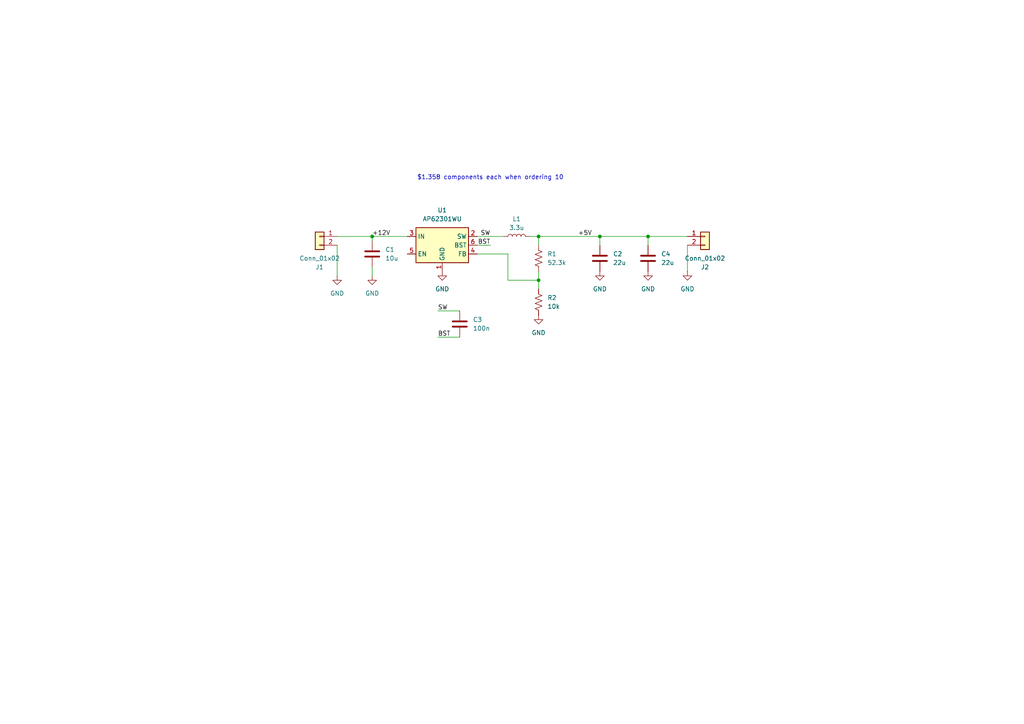
<source format=kicad_sch>
(kicad_sch (version 20231120) (generator "eeschema") (generator_version "8.0")
  (paper "A4")
  (lib_symbols
    (symbol "Connector_Generic:Conn_01x02" (pin_names (offset 1.016) hide)
      (property "Reference" "J" (at 0 2.54 0))
      (property "Value" "Conn_01x02" (at 0 -5.08 0))
      (symbol "Conn_01x02_1_1"
        (rectangle (start -1.27 -2.413) (end 0 -2.667) (stroke (width 0.1524)))
        (rectangle (start -1.27 0.127) (end 0 -0.127) (stroke (width 0.1524)))
        (rectangle (start -1.27 1.27) (end 1.27 -3.81) (stroke (width 0.254)) (fill (type background)))
        (pin passive line (at -5.08 0 0) (length 3.81) (name "Pin_1") (number "1"))
        (pin passive line (at -5.08 -2.54 0) (length 3.81) (name "Pin_2") (number "2"))
      )
    )
    (symbol "Device:C" (pin_numbers hide) (pin_names (offset 0.254))
      (property "Reference" "C" (at 0.635 2.54 0))
      (property "Value" "C" (at 0.635 -2.54 0))
      (symbol "C_0_1"
        (polyline (pts (xy -2.032 -0.762) (xy 2.032 -0.762)) (stroke (width 0.508)))
        (polyline (pts (xy -2.032 0.762) (xy 2.032 0.762)) (stroke (width 0.508)))
      )
      (symbol "C_1_1"
        (pin passive line (at 0 3.81 270) (length 2.794) (name "~") (number "1"))
        (pin passive line (at 0 -3.81 90) (length 2.794) (name "~") (number "2"))
      )
    )
    (symbol "Device:L" (pin_numbers hide) (pin_names (offset 1.016) hide)
      (property "Reference" "L" (at -1.27 0 90))
      (property "Value" "L" (at 1.905 0 90))
      (symbol "L_0_1"
        (arc (start 0 -2.54) (mid 0.6323 -1.905) (end 0 -1.27))
        (arc (start 0 -1.27) (mid 0.6323 -0.635) (end 0 0))
        (arc (start 0 0) (mid 0.6323 0.635) (end 0 1.27))
        (arc (start 0 1.27) (mid 0.6323 1.905) (end 0 2.54))
      )
      (symbol "L_1_1"
        (pin passive line (at 0 3.81 270) (length 1.27) (name "1") (number "1"))
        (pin passive line (at 0 -3.81 90) (length 1.27) (name "2") (number "2"))
      )
    )
    (symbol "Device:R_US" (pin_numbers hide) (pin_names (offset 0))
      (property "Reference" "R" (at 2.54 0 90))
      (property "Value" "R_US" (at -2.54 0 90))
      (symbol "R_US_0_1"
        (polyline (pts (xy 0 -2.286) (xy 0 -2.54)))
        (polyline (pts (xy 0 2.286) (xy 0 2.54)))
        (polyline (pts (xy 0 -0.762) (xy 1.016 -1.143) (xy 0 -1.524) (xy -1.016 -1.905) (xy 0 -2.286)))
        (polyline (pts (xy 0 0.762) (xy 1.016 0.381) (xy 0 0) (xy -1.016 -0.381) (xy 0 -0.762)))
        (polyline (pts (xy 0 2.286) (xy 1.016 1.905) (xy 0 1.524) (xy -1.016 1.143) (xy 0 0.762)))
      )
      (symbol "R_US_1_1"
        (pin passive line (at 0 3.81 270) (length 1.27) (name "~") (number "1"))
        (pin passive line (at 0 -3.81 90) (length 1.27) (name "~") (number "2"))
      )
    )
    (symbol "Regulator_Switching:AP62301WU"
      (property "Reference" "U" (at -7.62 6.35 0))
      (property "Value" "AP62301WU" (at 2.54 6.35 0))
      (symbol "AP62301WU_0_1"
        (rectangle (start -7.62 5.08) (end 7.62 -5.08) (stroke (width 0.254)) (fill (type background)))
      )
      (symbol "AP62301WU_1_1"
        (pin power_in line (at 0 -7.62 90) (length 2.54) (name "GND") (number "1"))
        (pin output line (at 10.16 2.54 180) (length 2.54) (name "SW") (number "2"))
        (pin power_in line (at -10.16 2.54 0) (length 2.54) (name "IN") (number "3"))
        (pin input line (at 10.16 -2.54 180) (length 2.54) (name "FB") (number "4"))
        (pin passive line (at -10.16 -2.54 0) (length 2.54) (name "EN") (number "5"))
        (pin passive line (at 10.16 0 180) (length 2.54) (name "BST") (number "6"))
      )
    )
    (symbol "power:GND" (power) (pin_numbers hide) (pin_names (offset 0) hide)
      (property "Value" "GND" (at 0 -3.81 0))
      (symbol "GND_0_1"
        (polyline (pts (xy 0 0) (xy 0 -1.27) (xy 1.27 -1.27) (xy 0 -2.54) (xy -1.27 -1.27) (xy 0 -1.27)))
      )
      (symbol "GND_1_1"
        (pin power_in line (at 0 0 270) (length 0) (name "~") (number "1"))
      )
    )
  )
  (junction (at 156.21 81.28))
  (junction (at 173.99 68.58))
  (junction (at 187.96 68.58))
  (junction (at 107.95 68.58))
  (junction (at 156.21 68.58))
  (wire (pts (xy 187.96 68.58) (xy 199.39 68.58)))
  (wire (pts (xy 107.95 77.47) (xy 107.95 80.01)))
  (wire (pts (xy 127 97.79) (xy 133.35 97.79)))
  (wire (pts (xy 118.11 68.58) (xy 107.95 68.58)))
  (wire (pts (xy 147.32 73.66) (xy 138.43 73.66)))
  (wire (pts (xy 187.96 71.12) (xy 187.96 68.58)))
  (wire (pts (xy 173.99 71.12) (xy 173.99 68.58)))
  (wire (pts (xy 138.43 68.58) (xy 146.05 68.58)))
  (wire (pts (xy 156.21 81.28) (xy 156.21 78.74)))
  (wire (pts (xy 156.21 68.58) (xy 156.21 71.12)))
  (wire (pts (xy 199.39 71.12) (xy 199.39 78.74)))
  (wire (pts (xy 153.67 68.58) (xy 156.21 68.58)))
  (wire (pts (xy 127 90.17) (xy 133.35 90.17)))
  (wire (pts (xy 97.79 68.58) (xy 107.95 68.58)))
  (wire (pts (xy 173.99 68.58) (xy 187.96 68.58)))
  (wire (pts (xy 156.21 81.28) (xy 156.21 83.82)))
  (wire (pts (xy 97.79 71.12) (xy 97.79 80.01)))
  (wire (pts (xy 107.95 68.58) (xy 107.95 69.85)))
  (wire (pts (xy 156.21 68.58) (xy 173.99 68.58)))
  (wire (pts (xy 147.32 73.66) (xy 147.32 81.28)))
  (wire (pts (xy 147.32 81.28) (xy 156.21 81.28)))
  (wire (pts (xy 138.43 71.12) (xy 142.24 71.12)))
  (text "$1.358 components each when ordering 10" (at 142.24 51.562 0) (effects (font (size 1.27 1.27))))
  (label "+5V" (at 167.64 68.58 0))
  (label "BST" (at 127 97.79 0))
  (label "SW" (at 127 90.17 0))
  (label "+12V" (at 107.95 68.58 0))
  (label "BST" (at 142.24 71.12 180))
  (label "SW" (at 142.24 68.58 180))
  (symbol (lib_id "Device:R_US") (at 156.21 87.63 0) (unit 1)
    (property "Reference" "R2" (at 158.75 86.3599 0) (effects (justify left)))
    (property "Value" "10k" (at 158.75 88.8999 0) (effects (justify left)))
    (property "Footprint" "Resistor_SMD:R_0402_1005Metric" (effects (hide yes)))
    (property "Description" "Resistor, US symbol" (effects (hide yes)))
    (property "mouser" "https://www.mouser.com/ProductDetail/Vishay-Dale/CRCW040210K0FKEDC?qs=sGAEpiMZZMtlubZbdhIBIIZe04wfiaJWEOKGHr13fuM%3D" (effects (hide yes)))
    (property "price each for 10" "0.014" (effects (hide yes)))
  )
  (symbol (lib_id "power:GND") (at 187.96 78.74 0) (unit 1)
    (property "Reference" "#PWR05" (effects (hide yes)))
    (property "Value" "GND" (at 187.96 83.82 0))
    (property "Description" "Power symbol creates a global label with name \"GND\" , ground" (effects (hide yes)))
  )
  (symbol (lib_id "Device:L") (at 149.86 68.58 90) (unit 1)
    (property "Reference" "L1" (at 149.86 63.5 90))
    (property "Value" "3.3u" (at 149.86 66.04 90))
    (property "Footprint" "Inductor_SMD:L_Taiyo-Yuden_NR-50xx" (effects (hide yes)))
    (property "Description" "Inductor" (effects (hide yes)))
    (property "mouser" "https://www.mouser.com/ProductDetail/TAIYO-YUDEN/NRS5030T3R3MMGJ?qs=CNQs48zzdnrswI8nrL9nYw%3D%3D" (effects (hide yes)))
    (property "price each for 10" "0.206" (effects (hide yes)))
  )
  (symbol (lib_id "Device:C") (at 107.95 73.66 0) (unit 1)
    (property "Reference" "C1" (at 111.76 72.3899 0) (effects (justify left)))
    (property "Value" "10u" (at 111.76 74.9299 0) (effects (justify left)))
    (property "Footprint" "Capacitor_SMD:C_0603_1608Metric" (effects (hide yes)))
    (property "Description" "Unpolarized capacitor" (effects (hide yes)))
    (property "mouser" "https://www.mouser.com/ProductDetail/TAIYO-YUDEN/EMK107BC6106MA-T?qs=sGAEpiMZZMsh%252B1woXyUXj3XeSP%2FqPTzb5aNaOKVpBBQ%3D" (effects (hide yes)))
    (property "price each for 10" "0.168" (effects (hide yes)))
  )
  (symbol (lib_id "Device:C") (at 133.35 93.98 0) (unit 1)
    (property "Reference" "C3" (at 137.16 92.7099 0) (effects (justify left)))
    (property "Value" "100n" (at 137.16 95.2499 0) (effects (justify left)))
    (property "Footprint" "Capacitor_SMD:C_0402_1005Metric" (effects (hide yes)))
    (property "Description" "Unpolarized capacitor" (effects (hide yes)))
    (property "mouser" "https://www.mouser.com/ProductDetail/KEMET/C0402C104M4PACTU?qs=sGAEpiMZZMsh%252B1woXyUXjymzUDmBpDBeS2hmjSbrEuk%3D" (effects (hide yes)))
    (property "price each for 10" "0.023" (effects (hide yes)))
  )
  (symbol (lib_id "power:GND") (at 156.21 91.44 0) (unit 1)
    (property "Reference" "#PWR02" (effects (hide yes)))
    (property "Value" "GND" (at 156.21 96.52 0))
    (property "Description" "Power symbol creates a global label with name \"GND\" , ground" (effects (hide yes)))
  )
  (symbol (lib_id "Connector_Generic:Conn_01x02") (at 92.71 68.58 0) (mirror y) (unit 1)
    (property "Reference" "J1" (at 92.71 77.47 0))
    (property "Value" "Conn_01x02" (at 92.71 74.93 0))
    (property "Footprint" "Connector_PinHeader_2.54mm:PinHeader_1x02_P2.54mm_Vertical" (effects (hide yes)))
    (property "Description" "Generic connector, single row, 01x02, script generated (kicad-library-utils/schlib/autogen/connector/)" (effects (hide yes)))
  )
  (symbol (lib_id "power:GND") (at 199.39 78.74 0) (unit 1)
    (property "Reference" "#PWR06" (effects (hide yes)))
    (property "Value" "GND" (at 199.39 83.82 0))
    (property "Description" "Power symbol creates a global label with name \"GND\" , ground" (effects (hide yes)))
  )
  (symbol (lib_id "power:GND") (at 173.99 78.74 0) (unit 1)
    (property "Reference" "#PWR03" (effects (hide yes)))
    (property "Value" "GND" (at 173.99 83.82 0))
    (property "Description" "Power symbol creates a global label with name \"GND\" , ground" (effects (hide yes)))
  )
  (symbol (lib_id "power:GND") (at 128.27 78.74 0) (unit 1)
    (property "Reference" "#PWR04" (effects (hide yes)))
    (property "Value" "GND" (at 128.27 83.82 0))
    (property "Description" "Power symbol creates a global label with name \"GND\" , ground" (effects (hide yes)))
  )
  (symbol (lib_id "Device:R_US") (at 156.21 74.93 0) (unit 1)
    (property "Reference" "R1" (at 158.75 73.6599 0) (effects (justify left)))
    (property "Value" "52.3k" (at 158.75 76.1999 0) (effects (justify left)))
    (property "Footprint" "Resistor_SMD:R_0402_1005Metric" (effects (hide yes)))
    (property "Description" "Resistor, US symbol" (effects (hide yes)))
    (property "mouser" "https://www.mouser.com/ProductDetail/Bourns/CR0402-FX-5232GLF?qs=sGAEpiMZZMtlubZbdhIBIK1I%2F7FNVFNKK0NLX0gFg78%3D" (effects (hide yes)))
    (property "price each for 10" "0.007" (effects (hide yes)))
  )
  (symbol (lib_id "Connector_Generic:Conn_01x02") (at 204.47 68.58 0) (unit 1)
    (property "Reference" "J2" (at 204.47 77.47 0))
    (property "Value" "Conn_01x02" (at 204.47 74.93 0))
    (property "Footprint" "Connector_PinHeader_2.54mm:PinHeader_1x02_P2.54mm_Vertical" (effects (hide yes)))
    (property "Description" "Generic connector, single row, 01x02, script generated (kicad-library-utils/schlib/autogen/connector/)" (effects (hide yes)))
  )
  (symbol (lib_id "Device:C") (at 173.99 74.93 0) (unit 1)
    (property "Reference" "C2" (at 177.8 73.6599 0) (effects (justify left)))
    (property "Value" "22u" (at 177.8 76.1999 0) (effects (justify left)))
    (property "Footprint" "Capacitor_SMD:C_0603_1608Metric" (effects (hide yes)))
    (property "Description" "Unpolarized capacitor" (effects (hide yes)))
    (property "mouser" "https://www.mouser.com/ProductDetail/Murata-Electronics/GRM188C61C226ME01J?qs=sGAEpiMZZMsh%252B1woXyUXj4do5zwvEWMiEmJsXGvJkjg%3D" (effects (hide yes)))
    (property "price each for 10" "0.285" (effects (hide yes)))
  )
  (symbol (lib_id "power:GND") (at 97.79 80.01 0) (unit 1)
    (property "Reference" "#PWR07" (effects (hide yes)))
    (property "Value" "GND" (at 97.79 85.09 0))
    (property "Description" "Power symbol creates a global label with name \"GND\" , ground" (effects (hide yes)))
  )
  (symbol (lib_id "Device:C") (at 187.96 74.93 0) (unit 1)
    (property "Reference" "C4" (at 191.77 73.6599 0) (effects (justify left)))
    (property "Value" "22u" (at 191.77 76.1999 0) (effects (justify left)))
    (property "Footprint" "Capacitor_SMD:C_0603_1608Metric" (effects (hide yes)))
    (property "Description" "Unpolarized capacitor" (effects (hide yes)))
    (property "mouser" "https://www.mouser.com/ProductDetail/Murata-Electronics/GRM188C61C226ME01J?qs=sGAEpiMZZMsh%252B1woXyUXj4do5zwvEWMiEmJsXGvJkjg%3D" (effects (hide yes)))
    (property "price each for 10" "0.285" (effects (hide yes)))
  )
  (symbol (lib_id "Regulator_Switching:AP62301WU") (at 128.27 71.12 0) (unit 1)
    (property "Reference" "U1" (at 128.27 60.96 0))
    (property "Value" "AP62301WU" (at 128.27 63.5 0))
    (property "Footprint" "Package_TO_SOT_SMD:TSOT-23-6" (effects (hide yes)))
    (property "Datasheet" "https://www.diodes.com/assets/Datasheets/AP62300_AP62301_AP62300T.pdf" (effects (hide yes)))
    (property "Description" "3A, 750kHz Buck DC/DC Converter, 4.2V-18V input voltage, 0.8V-7V adjustable output voltage, TSOT-23-6" (effects (hide yes)))
    (property "mouser" "https://www.mouser.com/ProductDetail/Diodes-Incorporated/AP62301WU-7?qs=sGAEpiMZZMvAX9OfPh%252B2NZ7JgNTOi02A0dfQeooLiFWCObYpiijG6w%3D%3D" (effects (hide yes)))
    (property "price each for 10" "0.37" (effects (hide yes)))
  )
  (symbol (lib_id "power:GND") (at 107.95 80.01 0) (unit 1)
    (property "Reference" "#PWR01" (effects (hide yes)))
    (property "Value" "GND" (at 107.95 85.09 0))
    (property "Description" "Power symbol creates a global label with name \"GND\" , ground" (effects (hide yes)))
  )
)
</source>
